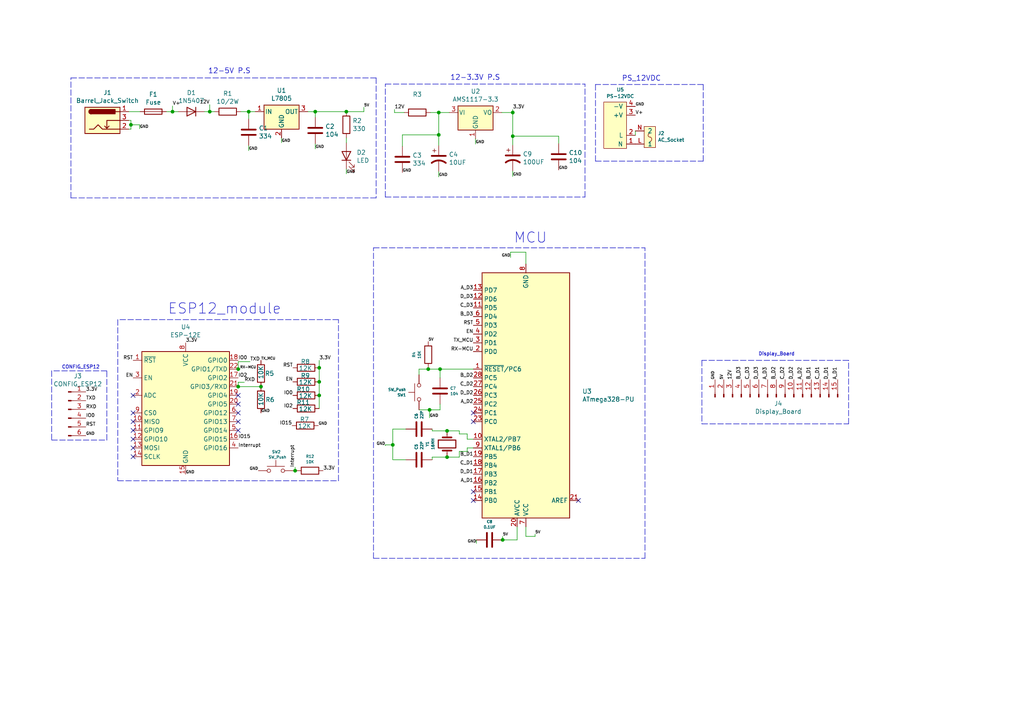
<source format=kicad_sch>
(kicad_sch (version 20211123) (generator eeschema)
  (paper "A4")
  (lib_symbols
    (symbol "AC_Socket:AC_Socket" (pin_names (offset 1.016))
      (property "Reference" "J" (at 0 0 0))
      (property "Value" "AC_Socket" (at 0 0 0))
      (symbol "AC_Socket_0_1"
        (polyline (pts (xy 27.94 -31.75) (xy 27.94 -27.94)))
        (polyline (pts (xy 27.94 -27.94) (xy 27.94 -26.67) (xy 31.242 -26.67) (xy 31.242 -32.766) (xy 27.94 -32.766) (xy 27.94 -31.75)) (fill (type background)))
        (arc (start 29.464 -28.702) (mid 29.1069 -29.3059) (end 29.718 -29.718))
        (arc (start 29.718 -30.988) (mid 30.1479 -30.353) (end 29.718 -29.718))
      )
      (symbol "AC_Socket_1_1"
        (pin power_in line (at 25.4 -31.75 0) (length 2.54) (name "1") (number "L"))
        (pin power_in line (at 25.4 -27.94 0) (length 2.54) (name "2") (number "N"))
      )
    )
    (symbol "Connector:Barrel_Jack_Switch" (pin_names hide)
      (property "Reference" "J" (at 0 5.334 0))
      (property "Value" "Barrel_Jack_Switch" (at 0 -5.08 0))
      (symbol "Barrel_Jack_Switch_0_1"
        (rectangle (start -5.08 3.81) (end 5.08 -3.81) (stroke (width 0.254)) (fill (type background)))
        (arc (start -3.302 3.175) (mid -3.937 2.54) (end -3.302 1.905) (stroke (width 0.254)))
        (arc (start -3.302 3.175) (mid -3.937 2.54) (end -3.302 1.905) (stroke (width 0.254)) (fill (type outline)))
        (polyline (pts (xy 1.27 -2.286) (xy 1.905 -1.651)) (stroke (width 0.254)))
        (polyline (pts (xy 5.08 2.54) (xy 3.81 2.54)) (stroke (width 0.254)))
        (polyline (pts (xy 5.08 0) (xy 1.27 0) (xy 1.27 -2.286) (xy 0.635 -1.651)) (stroke (width 0.254)))
        (polyline (pts (xy -3.81 -2.54) (xy -2.54 -2.54) (xy -1.27 -1.27) (xy 0 -2.54) (xy 2.54 -2.54) (xy 5.08 -2.54)) (stroke (width 0.254)))
        (rectangle (start 3.683 3.175) (end -3.302 1.905) (stroke (width 0.254)) (fill (type outline)))
      )
      (symbol "Barrel_Jack_Switch_1_1"
        (pin passive line (at 7.62 2.54 180) (length 2.54) (name "~") (number "1"))
        (pin passive line (at 7.62 -2.54 180) (length 2.54) (name "~") (number "2"))
        (pin passive line (at 7.62 0 180) (length 2.54) (name "~") (number "3"))
      )
    )
    (symbol "Connector:Conn_01x06_Male" (pin_names (offset 1.016) hide)
      (property "Reference" "J" (at 0 7.62 0))
      (property "Value" "Conn_01x06_Male" (at 0 -10.16 0))
      (symbol "Conn_01x06_Male_1_1"
        (polyline (pts (xy 1.27 -7.62) (xy 0.8636 -7.62)) (stroke (width 0.1524)))
        (polyline (pts (xy 1.27 -5.08) (xy 0.8636 -5.08)) (stroke (width 0.1524)))
        (polyline (pts (xy 1.27 -2.54) (xy 0.8636 -2.54)) (stroke (width 0.1524)))
        (polyline (pts (xy 1.27 0) (xy 0.8636 0)) (stroke (width 0.1524)))
        (polyline (pts (xy 1.27 2.54) (xy 0.8636 2.54)) (stroke (width 0.1524)))
        (polyline (pts (xy 1.27 5.08) (xy 0.8636 5.08)) (stroke (width 0.1524)))
        (rectangle (start 0.8636 -7.493) (end 0 -7.747) (stroke (width 0.1524)) (fill (type outline)))
        (rectangle (start 0.8636 -4.953) (end 0 -5.207) (stroke (width 0.1524)) (fill (type outline)))
        (rectangle (start 0.8636 -2.413) (end 0 -2.667) (stroke (width 0.1524)) (fill (type outline)))
        (rectangle (start 0.8636 0.127) (end 0 -0.127) (stroke (width 0.1524)) (fill (type outline)))
        (rectangle (start 0.8636 2.667) (end 0 2.413) (stroke (width 0.1524)) (fill (type outline)))
        (rectangle (start 0.8636 5.207) (end 0 4.953) (stroke (width 0.1524)) (fill (type outline)))
        (pin passive line (at 5.08 5.08 180) (length 3.81) (name "Pin_1") (number "1"))
        (pin passive line (at 5.08 2.54 180) (length 3.81) (name "Pin_2") (number "2"))
        (pin passive line (at 5.08 0 180) (length 3.81) (name "Pin_3") (number "3"))
        (pin passive line (at 5.08 -2.54 180) (length 3.81) (name "Pin_4") (number "4"))
        (pin passive line (at 5.08 -5.08 180) (length 3.81) (name "Pin_5") (number "5"))
        (pin passive line (at 5.08 -7.62 180) (length 3.81) (name "Pin_6") (number "6"))
      )
    )
    (symbol "Connector:Conn_01x15_Male" (pin_names (offset 1.016) hide)
      (property "Reference" "J" (at 0 20.32 0))
      (property "Value" "Conn_01x15_Male" (at 0 -20.32 0))
      (symbol "Conn_01x15_Male_1_1"
        (polyline (pts (xy 1.27 -17.78) (xy 0.8636 -17.78)) (stroke (width 0.1524)))
        (polyline (pts (xy 1.27 -15.24) (xy 0.8636 -15.24)) (stroke (width 0.1524)))
        (polyline (pts (xy 1.27 -12.7) (xy 0.8636 -12.7)) (stroke (width 0.1524)))
        (polyline (pts (xy 1.27 -10.16) (xy 0.8636 -10.16)) (stroke (width 0.1524)))
        (polyline (pts (xy 1.27 -7.62) (xy 0.8636 -7.62)) (stroke (width 0.1524)))
        (polyline (pts (xy 1.27 -5.08) (xy 0.8636 -5.08)) (stroke (width 0.1524)))
        (polyline (pts (xy 1.27 -2.54) (xy 0.8636 -2.54)) (stroke (width 0.1524)))
        (polyline (pts (xy 1.27 0) (xy 0.8636 0)) (stroke (width 0.1524)))
        (polyline (pts (xy 1.27 2.54) (xy 0.8636 2.54)) (stroke (width 0.1524)))
        (polyline (pts (xy 1.27 5.08) (xy 0.8636 5.08)) (stroke (width 0.1524)))
        (polyline (pts (xy 1.27 7.62) (xy 0.8636 7.62)) (stroke (width 0.1524)))
        (polyline (pts (xy 1.27 10.16) (xy 0.8636 10.16)) (stroke (width 0.1524)))
        (polyline (pts (xy 1.27 12.7) (xy 0.8636 12.7)) (stroke (width 0.1524)))
        (polyline (pts (xy 1.27 15.24) (xy 0.8636 15.24)) (stroke (width 0.1524)))
        (polyline (pts (xy 1.27 17.78) (xy 0.8636 17.78)) (stroke (width 0.1524)))
        (rectangle (start 0.8636 -17.653) (end 0 -17.907) (stroke (width 0.1524)) (fill (type outline)))
        (rectangle (start 0.8636 -15.113) (end 0 -15.367) (stroke (width 0.1524)) (fill (type outline)))
        (rectangle (start 0.8636 -12.573) (end 0 -12.827) (stroke (width 0.1524)) (fill (type outline)))
        (rectangle (start 0.8636 -10.033) (end 0 -10.287) (stroke (width 0.1524)) (fill (type outline)))
        (rectangle (start 0.8636 -7.493) (end 0 -7.747) (stroke (width 0.1524)) (fill (type outline)))
        (rectangle (start 0.8636 -4.953) (end 0 -5.207) (stroke (width 0.1524)) (fill (type outline)))
        (rectangle (start 0.8636 -2.413) (end 0 -2.667) (stroke (width 0.1524)) (fill (type outline)))
        (rectangle (start 0.8636 0.127) (end 0 -0.127) (stroke (width 0.1524)) (fill (type outline)))
        (rectangle (start 0.8636 2.667) (end 0 2.413) (stroke (width 0.1524)) (fill (type outline)))
        (rectangle (start 0.8636 5.207) (end 0 4.953) (stroke (width 0.1524)) (fill (type outline)))
        (rectangle (start 0.8636 7.747) (end 0 7.493) (stroke (width 0.1524)) (fill (type outline)))
        (rectangle (start 0.8636 10.287) (end 0 10.033) (stroke (width 0.1524)) (fill (type outline)))
        (rectangle (start 0.8636 12.827) (end 0 12.573) (stroke (width 0.1524)) (fill (type outline)))
        (rectangle (start 0.8636 15.367) (end 0 15.113) (stroke (width 0.1524)) (fill (type outline)))
        (rectangle (start 0.8636 17.907) (end 0 17.653) (stroke (width 0.1524)) (fill (type outline)))
        (pin passive line (at 5.08 17.78 180) (length 3.81) (name "Pin_1") (number "1"))
        (pin passive line (at 5.08 -5.08 180) (length 3.81) (name "Pin_10") (number "10"))
        (pin passive line (at 5.08 -7.62 180) (length 3.81) (name "Pin_11") (number "11"))
        (pin passive line (at 5.08 -10.16 180) (length 3.81) (name "Pin_12") (number "12"))
        (pin passive line (at 5.08 -12.7 180) (length 3.81) (name "Pin_13") (number "13"))
        (pin passive line (at 5.08 -15.24 180) (length 3.81) (name "Pin_14") (number "14"))
        (pin passive line (at 5.08 -17.78 180) (length 3.81) (name "Pin_15") (number "15"))
        (pin passive line (at 5.08 15.24 180) (length 3.81) (name "Pin_2") (number "2"))
        (pin passive line (at 5.08 12.7 180) (length 3.81) (name "Pin_3") (number "3"))
        (pin passive line (at 5.08 10.16 180) (length 3.81) (name "Pin_4") (number "4"))
        (pin passive line (at 5.08 7.62 180) (length 3.81) (name "Pin_5") (number "5"))
        (pin passive line (at 5.08 5.08 180) (length 3.81) (name "Pin_6") (number "6"))
        (pin passive line (at 5.08 2.54 180) (length 3.81) (name "Pin_7") (number "7"))
        (pin passive line (at 5.08 0 180) (length 3.81) (name "Pin_8") (number "8"))
        (pin passive line (at 5.08 -2.54 180) (length 3.81) (name "Pin_9") (number "9"))
      )
    )
    (symbol "Device:C" (pin_numbers hide) (pin_names (offset 0.254))
      (property "Reference" "C" (at 0.635 2.54 0))
      (property "Value" "C" (at 0.635 -2.54 0))
      (symbol "C_0_1"
        (polyline (pts (xy -2.032 -0.762) (xy 2.032 -0.762)) (stroke (width 0.508)))
        (polyline (pts (xy -2.032 0.762) (xy 2.032 0.762)) (stroke (width 0.508)))
      )
      (symbol "C_1_1"
        (pin passive line (at 0 3.81 270) (length 2.794) (name "~") (number "1"))
        (pin passive line (at 0 -3.81 90) (length 2.794) (name "~") (number "2"))
      )
    )
    (symbol "Device:Crystal" (pin_numbers hide) (pin_names (offset 1.016) hide)
      (property "Reference" "Y" (at 0 3.81 0))
      (property "Value" "Crystal" (at 0 -3.81 0))
      (symbol "Crystal_0_1"
        (rectangle (start -1.143 2.54) (end 1.143 -2.54) (stroke (width 0.3048)))
        (polyline (pts (xy -2.54 0) (xy -1.905 0)))
        (polyline (pts (xy -1.905 -1.27) (xy -1.905 1.27)) (stroke (width 0.508)))
        (polyline (pts (xy 1.905 -1.27) (xy 1.905 1.27)) (stroke (width 0.508)))
        (polyline (pts (xy 2.54 0) (xy 1.905 0)))
      )
      (symbol "Crystal_1_1"
        (pin passive line (at -3.81 0 0) (length 1.27) (name "1") (number "1"))
        (pin passive line (at 3.81 0 180) (length 1.27) (name "2") (number "2"))
      )
    )
    (symbol "Device:Fuse" (pin_numbers hide) (pin_names (offset 0))
      (property "Reference" "F" (at 2.032 0 90))
      (property "Value" "Fuse" (at -1.905 0 90))
      (symbol "Fuse_0_1"
        (rectangle (start -0.762 -2.54) (end 0.762 2.54) (stroke (width 0.254)))
        (polyline (pts (xy 0 2.54) (xy 0 -2.54)))
      )
      (symbol "Fuse_1_1"
        (pin passive line (at 0 3.81 270) (length 1.27) (name "~") (number "1"))
        (pin passive line (at 0 -3.81 90) (length 1.27) (name "~") (number "2"))
      )
    )
    (symbol "Device:LED" (pin_numbers hide) (pin_names (offset 1.016) hide)
      (property "Reference" "D" (at 0 2.54 0))
      (property "Value" "LED" (at 0 -2.54 0))
      (symbol "LED_0_1"
        (polyline (pts (xy -1.27 -1.27) (xy -1.27 1.27)) (stroke (width 0.254)))
        (polyline (pts (xy -1.27 0) (xy 1.27 0)))
        (polyline (pts (xy 1.27 -1.27) (xy 1.27 1.27) (xy -1.27 0) (xy 1.27 -1.27)) (stroke (width 0.254)))
        (polyline (pts (xy -3.048 -0.762) (xy -4.572 -2.286) (xy -3.81 -2.286) (xy -4.572 -2.286) (xy -4.572 -1.524)))
        (polyline (pts (xy -1.778 -0.762) (xy -3.302 -2.286) (xy -2.54 -2.286) (xy -3.302 -2.286) (xy -3.302 -1.524)))
      )
      (symbol "LED_1_1"
        (pin passive line (at -3.81 0 0) (length 2.54) (name "K") (number "1"))
        (pin passive line (at 3.81 0 180) (length 2.54) (name "A") (number "2"))
      )
    )
    (symbol "Device:R" (pin_numbers hide) (pin_names (offset 0))
      (property "Reference" "R" (at 2.032 0 90))
      (property "Value" "R" (at 0 0 90))
      (symbol "R_0_1"
        (rectangle (start -1.016 -2.54) (end 1.016 2.54) (stroke (width 0.254)))
      )
      (symbol "R_1_1"
        (pin passive line (at 0 3.81 270) (length 1.27) (name "~") (number "1"))
        (pin passive line (at 0 -3.81 90) (length 1.27) (name "~") (number "2"))
      )
    )
    (symbol "Diode:1N5407" (pin_numbers hide) (pin_names (offset 1.016) hide)
      (property "Reference" "D" (at 0 2.54 0))
      (property "Value" "1N5407" (at 0 -2.54 0))
      (symbol "1N5407_0_1"
        (polyline (pts (xy -1.27 1.27) (xy -1.27 -1.27)) (stroke (width 0.254)))
        (polyline (pts (xy 1.27 0) (xy -1.27 0)))
        (polyline (pts (xy 1.27 1.27) (xy 1.27 -1.27) (xy -1.27 0) (xy 1.27 1.27)) (stroke (width 0.254)))
      )
      (symbol "1N5407_1_1"
        (pin passive line (at -3.81 0 0) (length 2.54) (name "K") (number "1"))
        (pin passive line (at 3.81 0 180) (length 2.54) (name "A") (number "2"))
      )
    )
    (symbol "PS_12VDC:PS-12VDC" (pin_names (offset 1.016))
      (property "Reference" "U" (at 0 0 0))
      (property "Value" "PS-12VDC" (at 0 0 0))
      (symbol "PS-12VDC_0_1"
        (rectangle (start 3.302 -2.286) (end 9.906 -15.748) (fill (type background)))
      )
      (symbol "PS-12VDC_1_1"
        (pin power_in line (at 0.762 -3.556 0) (length 2.54) (name "N") (number "1"))
        (pin power_in line (at 0.762 -6.096 0) (length 2.54) (name "L") (number "2"))
        (pin power_out line (at 0.762 -11.938 0) (length 2.54) (name "+V") (number "3"))
        (pin power_out line (at 0.762 -14.478 0) (length 2.54) (name "-V") (number "4"))
      )
    )
    (symbol "RF_Module:ESP-12E"
      (property "Reference" "U" (at -12.7 19.05 0))
      (property "Value" "ESP-12E" (at 12.7 19.05 0))
      (symbol "ESP-12E_0_1"
        (rectangle (start -12.7 17.78) (end 12.7 -15.24) (stroke (width 0.254)) (fill (type background)))
      )
      (symbol "ESP-12E_1_1"
        (pin input line (at -15.24 15.24 0) (length 2.54) (name "~{RST}") (number "1"))
        (pin bidirectional line (at -15.24 -2.54 0) (length 2.54) (name "MISO") (number "10"))
        (pin bidirectional line (at -15.24 -5.08 0) (length 2.54) (name "GPIO9") (number "11"))
        (pin bidirectional line (at -15.24 -7.62 0) (length 2.54) (name "GPIO10") (number "12"))
        (pin bidirectional line (at -15.24 -10.16 0) (length 2.54) (name "MOSI") (number "13"))
        (pin bidirectional line (at -15.24 -12.7 0) (length 2.54) (name "SCLK") (number "14"))
        (pin power_in line (at 0 -17.78 90) (length 2.54) (name "GND") (number "15"))
        (pin bidirectional line (at 15.24 -7.62 180) (length 2.54) (name "GPIO15") (number "16"))
        (pin bidirectional line (at 15.24 10.16 180) (length 2.54) (name "GPIO2") (number "17"))
        (pin bidirectional line (at 15.24 15.24 180) (length 2.54) (name "GPIO0") (number "18"))
        (pin bidirectional line (at 15.24 5.08 180) (length 2.54) (name "GPIO4") (number "19"))
        (pin input line (at -15.24 5.08 0) (length 2.54) (name "ADC") (number "2"))
        (pin bidirectional line (at 15.24 2.54 180) (length 2.54) (name "GPIO5") (number "20"))
        (pin bidirectional line (at 15.24 7.62 180) (length 2.54) (name "GPIO3/RXD") (number "21"))
        (pin bidirectional line (at 15.24 12.7 180) (length 2.54) (name "GPIO1/TXD") (number "22"))
        (pin input line (at -15.24 10.16 0) (length 2.54) (name "EN") (number "3"))
        (pin bidirectional line (at 15.24 -10.16 180) (length 2.54) (name "GPIO16") (number "4"))
        (pin bidirectional line (at 15.24 -5.08 180) (length 2.54) (name "GPIO14") (number "5"))
        (pin bidirectional line (at 15.24 0 180) (length 2.54) (name "GPIO12") (number "6"))
        (pin bidirectional line (at 15.24 -2.54 180) (length 2.54) (name "GPIO13") (number "7"))
        (pin power_in line (at 0 20.32 270) (length 2.54) (name "VCC") (number "8"))
        (pin input line (at -15.24 0 0) (length 2.54) (name "CS0") (number "9"))
      )
    )
    (symbol "Regulator_Linear:AMS1117-3.3" (pin_names (offset 0.254))
      (property "Reference" "U" (at -3.81 3.175 0))
      (property "Value" "AMS1117-3.3" (at 0 3.175 0))
      (symbol "AMS1117-3.3_0_1"
        (rectangle (start -5.08 -5.08) (end 5.08 1.905) (stroke (width 0.254)) (fill (type background)))
      )
      (symbol "AMS1117-3.3_1_1"
        (pin power_in line (at 0 -7.62 90) (length 2.54) (name "GND") (number "1"))
        (pin power_out line (at 7.62 0 180) (length 2.54) (name "VO") (number "2"))
        (pin power_in line (at -7.62 0 0) (length 2.54) (name "VI") (number "3"))
      )
    )
    (symbol "Regulator_Linear:L7805" (pin_names (offset 0.254))
      (property "Reference" "U" (at -3.81 3.175 0))
      (property "Value" "L7805" (at 0 3.175 0))
      (symbol "L7805_0_1"
        (rectangle (start -5.08 1.905) (end 5.08 -5.08) (stroke (width 0.254)) (fill (type background)))
      )
      (symbol "L7805_1_1"
        (pin power_in line (at -7.62 0 0) (length 2.54) (name "IN") (number "1"))
        (pin power_in line (at 0 -7.62 90) (length 2.54) (name "GND") (number "2"))
        (pin power_out line (at 7.62 0 180) (length 2.54) (name "OUT") (number "3"))
      )
    )
    (symbol "Switch:SW_Push" (pin_numbers hide) (pin_names (offset 1.016) hide)
      (property "Reference" "SW" (at 1.27 2.54 0))
      (property "Value" "SW_Push" (at 0 -1.524 0))
      (symbol "SW_Push_0_1"
        (circle (center -2.032 0) (radius 0.508))
        (polyline (pts (xy 0 1.27) (xy 0 3.048)))
        (polyline (pts (xy 2.54 1.27) (xy -2.54 1.27)))
        (circle (center 2.032 0) (radius 0.508))
        (pin passive line (at -5.08 0 0) (length 2.54) (name "1") (number "1"))
        (pin passive line (at 5.08 0 180) (length 2.54) (name "2") (number "2"))
      )
    )
    (symbol "_7SEG_CONTROL-rescue:ATmega328-PU-MCU_Microchip_ATmega"
      (property "Reference" "U" (at -12.7 36.83 0))
      (property "Value" "ATmega328-PU-MCU_Microchip_ATmega" (at 2.54 -36.83 0))
      (symbol "ATmega328-PU-MCU_Microchip_ATmega_0_1"
        (rectangle (start -12.7 -35.56) (end 12.7 35.56) (stroke (width 0.254)) (fill (type background)))
      )
      (symbol "ATmega328-PU-MCU_Microchip_ATmega_1_1"
        (pin bidirectional line (at 15.24 -7.62 180) (length 2.54) (name "~{RESET}/PC6") (number "1"))
        (pin bidirectional line (at 15.24 12.7 180) (length 2.54) (name "XTAL2/PB7") (number "10"))
        (pin bidirectional line (at 15.24 -25.4 180) (length 2.54) (name "PD5") (number "11"))
        (pin bidirectional line (at 15.24 -27.94 180) (length 2.54) (name "PD6") (number "12"))
        (pin bidirectional line (at 15.24 -30.48 180) (length 2.54) (name "PD7") (number "13"))
        (pin bidirectional line (at 15.24 30.48 180) (length 2.54) (name "PB0") (number "14"))
        (pin bidirectional line (at 15.24 27.94 180) (length 2.54) (name "PB1") (number "15"))
        (pin bidirectional line (at 15.24 25.4 180) (length 2.54) (name "PB2") (number "16"))
        (pin bidirectional line (at 15.24 22.86 180) (length 2.54) (name "PB3") (number "17"))
        (pin bidirectional line (at 15.24 20.32 180) (length 2.54) (name "PB4") (number "18"))
        (pin bidirectional line (at 15.24 17.78 180) (length 2.54) (name "PB5") (number "19"))
        (pin bidirectional line (at 15.24 -12.7 180) (length 2.54) (name "PD0") (number "2"))
        (pin power_in line (at 2.54 38.1 270) (length 2.54) (name "AVCC") (number "20"))
        (pin passive line (at -15.24 30.48 0) (length 2.54) (name "AREF") (number "21"))
        (pin passive line (at 0 -38.1 90) (length 2.54) hide (name "GND") (number "22"))
        (pin bidirectional line (at 15.24 7.62 180) (length 2.54) (name "PC0") (number "23"))
        (pin bidirectional line (at 15.24 5.08 180) (length 2.54) (name "PC1") (number "24"))
        (pin bidirectional line (at 15.24 2.54 180) (length 2.54) (name "PC2") (number "25"))
        (pin bidirectional line (at 15.24 0 180) (length 2.54) (name "PC3") (number "26"))
        (pin bidirectional line (at 15.24 -2.54 180) (length 2.54) (name "PC4") (number "27"))
        (pin bidirectional line (at 15.24 -5.08 180) (length 2.54) (name "PC5") (number "28"))
        (pin bidirectional line (at 15.24 -15.24 180) (length 2.54) (name "PD1") (number "3"))
        (pin bidirectional line (at 15.24 -17.78 180) (length 2.54) (name "PD2") (number "4"))
        (pin bidirectional line (at 15.24 -20.32 180) (length 2.54) (name "PD3") (number "5"))
        (pin bidirectional line (at 15.24 -22.86 180) (length 2.54) (name "PD4") (number "6"))
        (pin power_in line (at 0 38.1 270) (length 2.54) (name "VCC") (number "7"))
        (pin power_in line (at 0 -38.1 90) (length 2.54) (name "GND") (number "8"))
        (pin bidirectional line (at 15.24 15.24 180) (length 2.54) (name "XTAL1/PB6") (number "9"))
      )
    )
    (symbol "_7SEG_CONTROL-rescue:CP1-Device" (pin_numbers hide) (pin_names (offset 0.254) hide)
      (property "Reference" "C" (at 0.635 2.54 0))
      (property "Value" "CP1-Device" (at 0.635 -2.54 0))
      (symbol "CP1-Device_0_1"
        (polyline (pts (xy -2.032 0.762) (xy 2.032 0.762)) (stroke (width 0.508)))
        (polyline (pts (xy -1.778 2.286) (xy -0.762 2.286)))
        (polyline (pts (xy -1.27 1.778) (xy -1.27 2.794)))
        (arc (start 2.032 -1.27) (mid 0 -0.5572) (end -2.032 -1.27) (stroke (width 0.508)))
      )
      (symbol "CP1-Device_1_1"
        (pin passive line (at 0 3.81 270) (length 2.794) (name "~") (number "1"))
        (pin passive line (at 0 -3.81 90) (length 3.302) (name "~") (number "2"))
      )
    )
  )
  (junction (at 113.919 129.032))
  (junction (at 148.717 39.497))
  (junction (at 72.136 32.385))
  (junction (at 69.088 112.141))
  (junction (at 91.44 32.385))
  (junction (at 145.796 156.591))
  (junction (at 75.692 112.141))
  (junction (at 129.667 132.588))
  (junction (at 127.635 107.061))
  (junction (at 124.206 107.061))
  (junction (at 100.457 32.385))
  (junction (at 127.254 32.639))
  (junction (at 127.254 39.116))
  (junction (at 129.667 124.968))
  (junction (at 148.717 32.639))
  (junction (at 69.088 107.061))
  (junction (at 37.973 36.195))
  (junction (at 92.583 106.68))
  (junction (at 85.598 136.525))
  (junction (at 92.583 110.744))
  (junction (at 50.038 32.385))
  (junction (at 60.833 32.385))
  (junction (at 92.583 114.681))
  (junction (at 124.587 118.872))
  (no_connect (at 69.088 122.301))
  (no_connect (at 38.608 114.681))
  (no_connect (at 38.608 119.761))
  (no_connect (at 69.088 119.761))
  (no_connect (at 38.608 129.921))
  (no_connect (at 69.088 114.681))
  (no_connect (at 137.287 145.161))
  (no_connect (at 38.608 122.301))
  (no_connect (at 38.608 132.461))
  (no_connect (at 38.608 127.381))
  (no_connect (at 38.608 124.841))
  (no_connect (at 69.088 124.841))
  (no_connect (at 137.287 142.621))
  (no_connect (at 137.287 119.761))
  (no_connect (at 69.088 117.221))
  (no_connect (at 167.767 145.161))
  (no_connect (at 137.287 122.301))
  (wire (pts (xy 133.223 125.857) (xy 133.223 124.968)))
  (wire (pts (xy 124.841 32.639) (xy 127.254 32.639)))
  (wire (pts (xy 81.661 41.402) (xy 81.661 40.005)))
  (wire (pts (xy 114.427 32.639) (xy 114.427 31.75)))
  (polyline (pts (xy 111.76 24.384) (xy 169.672 24.384)))
  (wire (pts (xy 69.85 32.385) (xy 72.136 32.385)))
  (wire (pts (xy 69.088 112.141) (xy 75.692 112.141)))
  (wire (pts (xy 148.082 73.152) (xy 148.082 74.676)))
  (wire (pts (xy 152.527 76.581) (xy 152.527 73.152)))
  (wire (pts (xy 133.223 130.937) (xy 133.223 132.588)))
  (wire (pts (xy 149.987 156.591) (xy 149.987 152.781)))
  (polyline (pts (xy 14.986 107.569) (xy 14.986 127.635)))
  (polyline (pts (xy 246.126 122.936) (xy 246.126 104.521)))
  (wire (pts (xy 50.038 32.385) (xy 51.689 32.385)))
  (wire (pts (xy 137.922 41.783) (xy 137.922 40.259)))
  (wire (pts (xy 148.717 39.497) (xy 148.717 42.037)))
  (polyline (pts (xy 20.574 22.606) (xy 109.093 22.606)))
  (wire (pts (xy 145.796 156.591) (xy 145.796 155.575)))
  (polyline (pts (xy 246.126 104.521) (xy 203.581 104.521)))
  (polyline (pts (xy 111.76 57.15) (xy 111.76 24.384)))
  (wire (pts (xy 148.717 39.497) (xy 162.052 39.497)))
  (polyline (pts (xy 169.672 57.15) (xy 169.672 24.384)))
  (wire (pts (xy 127.635 107.061) (xy 137.287 107.061)))
  (polyline (pts (xy 203.962 46.736) (xy 203.962 24.511)))
  (wire (pts (xy 125.349 132.588) (xy 125.349 133.35)))
  (wire (pts (xy 113.919 129.032) (xy 111.76 129.032)))
  (wire (pts (xy 137.287 127.381) (xy 135.509 127.381)))
  (wire (pts (xy 89.281 32.385) (xy 91.44 32.385)))
  (wire (pts (xy 91.44 32.385) (xy 100.457 32.385)))
  (wire (pts (xy 37.338 37.465) (xy 37.973 37.465)))
  (wire (pts (xy 124.587 118.872) (xy 127.635 118.872)))
  (wire (pts (xy 135.509 127.381) (xy 135.509 125.857)))
  (wire (pts (xy 111.76 129.032) (xy 111.76 129.286)))
  (wire (pts (xy 86.106 136.525) (xy 85.598 136.525)))
  (polyline (pts (xy 30.988 107.569) (xy 14.986 107.569)))
  (wire (pts (xy 105.537 32.385) (xy 105.537 31.115)))
  (wire (pts (xy 129.667 124.968) (xy 125.349 124.968)))
  (wire (pts (xy 127.254 32.639) (xy 127.254 39.116)))
  (wire (pts (xy 135.509 129.921) (xy 135.509 130.937)))
  (polyline (pts (xy 20.574 57.404) (xy 20.574 22.606)))
  (wire (pts (xy 72.136 32.385) (xy 74.041 32.385)))
  (wire (pts (xy 72.136 34.544) (xy 72.136 32.385)))
  (wire (pts (xy 37.338 34.925) (xy 37.973 34.925)))
  (polyline (pts (xy 20.574 57.404) (xy 109.093 57.404)))
  (polyline (pts (xy 109.093 22.606) (xy 109.093 57.404)))
  (wire (pts (xy 50.038 32.385) (xy 50.038 30.734)))
  (wire (pts (xy 117.729 133.35) (xy 113.919 133.35)))
  (wire (pts (xy 152.527 155.575) (xy 155.194 155.575)))
  (wire (pts (xy 60.833 30.353) (xy 60.833 32.385)))
  (wire (pts (xy 135.509 125.857) (xy 133.223 125.857)))
  (wire (pts (xy 85.598 136.525) (xy 85.09 136.525)))
  (wire (pts (xy 114.427 32.639) (xy 117.221 32.639)))
  (wire (pts (xy 127.254 51.308) (xy 127.254 49.784)))
  (wire (pts (xy 124.206 106.68) (xy 124.206 107.061)))
  (wire (pts (xy 155.194 155.575) (xy 155.194 154.94)))
  (wire (pts (xy 48.26 32.385) (xy 50.038 32.385)))
  (polyline (pts (xy 172.72 46.736) (xy 203.962 46.736)))
  (polyline (pts (xy 34.163 92.71) (xy 34.163 139.446)))
  (wire (pts (xy 117.729 124.46) (xy 113.919 124.46)))
  (wire (pts (xy 69.088 112.141) (xy 69.088 110.871)))
  (polyline (pts (xy 98.171 92.71) (xy 34.163 92.71)))
  (polyline (pts (xy 34.163 139.446) (xy 98.171 139.446)))
  (wire (pts (xy 162.052 39.497) (xy 162.052 41.656)))
  (wire (pts (xy 91.44 43.18) (xy 91.44 41.656)))
  (wire (pts (xy 113.919 124.46) (xy 113.919 129.032)))
  (wire (pts (xy 59.309 32.385) (xy 60.833 32.385)))
  (polyline (pts (xy 108.331 161.925) (xy 108.331 71.882)))
  (polyline (pts (xy 111.76 57.15) (xy 169.672 57.15)))
  (wire (pts (xy 92.583 114.681) (xy 92.583 110.744)))
  (wire (pts (xy 137.287 129.921) (xy 135.509 129.921)))
  (wire (pts (xy 121.539 107.061) (xy 124.206 107.061)))
  (polyline (pts (xy 14.986 127.635) (xy 30.988 127.635)))
  (wire (pts (xy 40.513 36.195) (xy 40.513 37.338)))
  (wire (pts (xy 91.44 32.385) (xy 91.44 34.036)))
  (wire (pts (xy 60.833 32.385) (xy 62.23 32.385)))
  (wire (pts (xy 100.457 50.419) (xy 100.457 49.022)))
  (wire (pts (xy 121.539 107.061) (xy 121.539 108.712)))
  (polyline (pts (xy 187.071 161.925) (xy 187.071 71.882)))
  (wire (pts (xy 148.717 32.639) (xy 148.717 39.497)))
  (wire (pts (xy 69.088 110.871) (xy 70.866 110.871)))
  (wire (pts (xy 135.509 130.937) (xy 133.223 130.937)))
  (wire (pts (xy 124.206 107.061) (xy 127.635 107.061)))
  (wire (pts (xy 69.088 104.902) (xy 72.517 104.902)))
  (wire (pts (xy 145.542 32.639) (xy 148.717 32.639)))
  (wire (pts (xy 37.973 34.925) (xy 37.973 36.195)))
  (wire (pts (xy 133.223 124.968) (xy 129.667 124.968)))
  (wire (pts (xy 37.338 32.385) (xy 40.64 32.385)))
  (wire (pts (xy 92.583 118.491) (xy 92.583 114.681)))
  (wire (pts (xy 92.583 106.68) (xy 92.583 104.521)))
  (wire (pts (xy 152.527 155.575) (xy 152.527 152.781)))
  (wire (pts (xy 148.717 51.181) (xy 148.717 49.657)))
  (polyline (pts (xy 98.171 139.446) (xy 98.171 92.71)))
  (wire (pts (xy 37.973 37.465) (xy 37.973 36.195)))
  (polyline (pts (xy 108.331 161.925) (xy 187.071 161.925)))
  (polyline (pts (xy 203.962 24.511) (xy 172.72 24.511)))
  (wire (pts (xy 113.919 133.35) (xy 113.919 129.032)))
  (wire (pts (xy 69.088 107.061) (xy 69.088 104.902)))
  (wire (pts (xy 105.537 32.385) (xy 100.457 32.385)))
  (wire (pts (xy 37.973 36.195) (xy 40.513 36.195)))
  (wire (pts (xy 124.587 118.872) (xy 124.587 121.158)))
  (wire (pts (xy 145.796 156.591) (xy 149.987 156.591)))
  (wire (pts (xy 129.667 132.588) (xy 125.349 132.588)))
  (wire (pts (xy 148.717 32.639) (xy 148.717 31.75)))
  (wire (pts (xy 72.136 43.688) (xy 72.136 42.164)))
  (wire (pts (xy 125.349 124.968) (xy 125.349 124.46)))
  (wire (pts (xy 85.598 135.509) (xy 85.598 136.525)))
  (wire (pts (xy 127.254 39.116) (xy 127.254 42.164)))
  (wire (pts (xy 184.277 39.243) (xy 184.277 37.973)))
  (wire (pts (xy 152.527 73.152) (xy 148.082 73.152)))
  (wire (pts (xy 92.583 110.744) (xy 92.583 106.68)))
  (polyline (pts (xy 30.988 127.635) (xy 30.988 107.569)))
  (wire (pts (xy 133.223 132.588) (xy 129.667 132.588)))
  (wire (pts (xy 127.635 117.221) (xy 127.635 118.872)))
  (wire (pts (xy 69.088 107.061) (xy 69.596 107.061)))
  (wire (pts (xy 121.539 118.872) (xy 124.587 118.872)))
  (wire (pts (xy 100.457 41.402) (xy 100.457 40.005)))
  (wire (pts (xy 127.254 39.116) (xy 116.713 39.116)))
  (wire (pts (xy 127.635 107.061) (xy 127.635 109.601)))
  (polyline (pts (xy 203.581 104.521) (xy 203.581 122.936)))
  (polyline (pts (xy 172.72 24.511) (xy 172.72 46.736)))
  (wire (pts (xy 138.176 156.591) (xy 138.176 157.607)))
  (wire (pts (xy 116.713 39.116) (xy 116.713 42.418)))
  (polyline (pts (xy 203.581 122.936) (xy 246.126 122.936)))
  (polyline (pts (xy 108.331 71.882) (xy 187.071 71.882)))
  (wire (pts (xy 130.302 32.639) (xy 127.254 32.639)))
  (text "12-5V P.S\n " (at 60.325 24.003 0) (effects (font (size 1.4986 1.4986)) (justify left bottom)))
  (text "CONFIG_ESP12\n" (at 17.907 107.188 0) (effects (font (size 0.9906 0.9906)) (justify left bottom)))
  (text "ESP12_module" (at 48.641 91.44 0) (effects (font (size 2.9972 2.9972)) (justify left bottom)))
  (text "MCU\n" (at 148.971 70.866 0) (effects (font (size 2.9972 2.9972)) (justify left bottom)))
  (text "12-3.3V P.S\n " (at 130.556 25.908 0) (effects (font (size 1.4986 1.4986)) (justify left bottom)))
  (text "Display_Board" (at 219.964 103.378 0) (effects (font (size 0.9906 0.9906)) (justify left bottom)))
  (text "PS_12VDC\n " (at 180.34 26.162 0) (effects (font (size 1.4986 1.4986)) (justify left bottom)))
  (label "D_D1" (at 240.411 110.109 90) (effects (font (size 0.9906 0.9906))))
  (label "C_D1" (at 237.871 110.109 90) (effects (font (size 0.9906 0.9906))))
  (label "GND" (at 127.254 51.308 0) (effects (font (size 0.7874 0.7874))))
  (label "3.3V" (at 148.717 31.75 0) (effects (font (size 0.9906 0.9906))))
  (label "GND" (at 138.176 157.607 180) (effects (font (size 0.7874 0.7874))))
  (label "TX_MCU" (at 75.692 104.521 0) (effects (font (size 0.7112 0.7112))))
  (label "GND" (at 91.44 43.18 0) (effects (font (size 0.7874 0.7874))))
  (label "A_D2" (at 137.287 117.221 180) (effects (font (size 0.9906 0.9906))))
  (label "3.3V" (at 24.892 113.665 0) (effects (font (size 0.9906 0.9906))))
  (label "Interrupt" (at 85.598 135.509 90) (effects (font (size 0.9906 0.9906))))
  (label "GND" (at 116.713 50.038 0) (effects (font (size 0.7874 0.7874))))
  (label "IO15" (at 84.709 123.444 180) (effects (font (size 0.9906 0.9906))))
  (label "B_D1" (at 235.331 110.109 90) (effects (font (size 0.9906 0.9906))))
  (label "5V" (at 155.194 154.94 0) (effects (font (size 0.7874 0.7874))))
  (label "A_D3" (at 137.287 84.201 180) (effects (font (size 0.9906 0.9906))))
  (label "C_D2" (at 227.711 110.109 90) (effects (font (size 0.9906 0.9906))))
  (label "B_D2" (at 225.171 110.109 90) (effects (font (size 0.9906 0.9906))))
  (label "EN" (at 137.287 96.901 180) (effects (font (size 0.9906 0.9906))))
  (label "GND" (at 184.277 30.861 0) (effects (font (size 0.7874 0.7874))))
  (label "RX-MCU" (at 69.596 107.061 0) (effects (font (size 0.7112 0.7112))))
  (label "RST" (at 137.287 94.361 180) (effects (font (size 0.9906 0.9906))))
  (label "GND" (at 162.052 49.276 0) (effects (font (size 0.7874 0.7874))))
  (label "3.3V" (at 53.848 99.441 0) (effects (font (size 0.9906 0.9906))))
  (label "A_D2" (at 232.791 110.109 90) (effects (font (size 0.9906 0.9906))))
  (label "5V" (at 209.931 110.109 90) (effects (font (size 0.7874 0.7874))))
  (label "A_D1" (at 242.951 110.109 90) (effects (font (size 0.9906 0.9906))))
  (label "C_D3" (at 217.551 110.109 90) (effects (font (size 0.9906 0.9906))))
  (label "RST" (at 38.608 104.521 180) (effects (font (size 0.9906 0.9906))))
  (label "C_D2" (at 137.287 112.141 180) (effects (font (size 0.9906 0.9906))))
  (label "GND" (at 207.391 110.109 90) (effects (font (size 0.7874 0.7874))))
  (label "B_D1" (at 137.287 132.461 180) (effects (font (size 0.9906 0.9906))))
  (label "IO15" (at 69.088 127.381 0) (effects (font (size 0.9906 0.9906))))
  (label "V+" (at 50.038 30.734 0) (effects (font (size 0.9906 0.9906))))
  (label "GND" (at 137.922 41.783 0) (effects (font (size 0.7874 0.7874))))
  (label "IO0" (at 84.963 114.681 180) (effects (font (size 0.9906 0.9906))))
  (label "RXD" (at 24.892 118.745 0) (effects (font (size 0.9906 0.9906))))
  (label "5V" (at 105.537 31.115 0) (effects (font (size 0.7874 0.7874))))
  (label "RST" (at 24.892 123.825 0) (effects (font (size 0.9906 0.9906))))
  (label "GND" (at 81.661 41.402 0) (effects (font (size 0.7874 0.7874))))
  (label "B_D2" (at 137.287 109.601 180) (effects (font (size 0.9906 0.9906))))
  (label "GND" (at 92.329 123.444 0) (effects (font (size 0.7874 0.7874))))
  (label "D_D3" (at 137.287 86.741 180) (effects (font (size 0.9906 0.9906))))
  (label "V+" (at 184.277 33.401 0) (effects (font (size 0.9906 0.9906))))
  (label "12V" (at 212.471 110.109 90) (effects (font (size 0.9906 0.9906))))
  (label "Interrupt" (at 69.088 129.921 0) (effects (font (size 0.9906 0.9906))))
  (label "B_D3" (at 137.287 91.821 180) (effects (font (size 0.9906 0.9906))))
  (label "GND" (at 53.848 137.541 0) (effects (font (size 0.7874 0.7874))))
  (label "GND" (at 40.513 37.338 0) (effects (font (size 0.7874 0.7874))))
  (label "GND" (at 148.717 51.181 0) (effects (font (size 0.7874 0.7874))))
  (label "GND" (at 100.457 50.419 0) (effects (font (size 0.7874 0.7874))))
  (label "D_D3" (at 220.091 110.109 90) (effects (font (size 0.9906 0.9906))))
  (label "GND" (at 124.587 121.158 0) (effects (font (size 0.7874 0.7874))))
  (label "IO0" (at 69.088 104.521 0) (effects (font (size 0.9906 0.9906))))
  (label "A_D1" (at 137.287 140.081 180) (effects (font (size 0.9906 0.9906))))
  (label "GND" (at 72.136 43.688 0) (effects (font (size 0.7874 0.7874))))
  (label "GND" (at 24.892 126.365 0) (effects (font (size 0.7874 0.7874))))
  (label "TXD" (at 24.892 116.205 0) (effects (font (size 0.9906 0.9906))))
  (label "GND" (at 74.93 136.525 180) (effects (font (size 0.7874 0.7874))))
  (label "5V" (at 124.206 99.06 0) (effects (font (size 0.7874 0.7874))))
  (label "IO0" (at 24.892 121.285 0) (effects (font (size 0.9906 0.9906))))
  (label "EN" (at 84.963 110.744 180) (effects (font (size 0.9906 0.9906))))
  (label "GND" (at 111.76 129.286 180) (effects (font (size 0.7874 0.7874))))
  (label "TX_MCU" (at 137.287 99.441 180) (effects (font (size 0.9906 0.9906))))
  (label "RST" (at 84.963 106.68 180) (effects (font (size 0.9906 0.9906))))
  (label "RX-MCU" (at 137.287 101.981 180) (effects (font (size 0.9906 0.9906))))
  (label "3.3V" (at 92.583 104.521 0) (effects (font (size 0.9906 0.9906))))
  (label "RXD" (at 70.866 110.871 0) (effects (font (size 0.9906 0.9906))))
  (label "D_D2" (at 137.287 114.681 180) (effects (font (size 0.9906 0.9906))))
  (label "IO2" (at 69.088 109.601 0) (effects (font (size 0.9906 0.9906))))
  (label "A_D3" (at 222.631 110.109 90) (effects (font (size 0.9906 0.9906))))
  (label "D_D2" (at 230.251 110.109 90) (effects (font (size 0.9906 0.9906))))
  (label "12V" (at 114.427 31.75 0) (effects (font (size 0.9906 0.9906))))
  (label "TXD" (at 72.517 104.902 0) (effects (font (size 0.9906 0.9906))))
  (label "IO2" (at 84.963 118.491 180) (effects (font (size 0.9906 0.9906))))
  (label "EN" (at 38.608 109.601 180) (effects (font (size 0.9906 0.9906))))
  (label "C_D1" (at 137.287 135.001 180) (effects (font (size 0.9906 0.9906))))
  (label "12V" (at 60.833 30.353 180) (effects (font (size 0.9906 0.9906))))
  (label "GND" (at 148.082 74.676 180) (effects (font (size 0.7874 0.7874))))
  (label "D_D1" (at 137.287 137.541 180) (effects (font (size 0.9906 0.9906))))
  (label "3.3V" (at 93.726 136.525 0) (effects (font (size 0.9906 0.9906))))
  (label "B_D3" (at 215.011 110.109 90) (effects (font (size 0.9906 0.9906))))
  (label "5V" (at 145.796 155.575 0) (effects (font (size 0.7874 0.7874))))
  (label "GND" (at 75.692 119.761 0) (effects (font (size 0.7874 0.7874))))
  (label "C_D3" (at 137.287 89.281 180) (effects (font (size 0.9906 0.9906))))
  (symbol (lib_id "Connector:Barrel_Jack_Switch") (at 29.718 34.925 0) (unit 1)
    (property "Reference" "J1" (at 31.1658 26.8732 0))
    (property "Value" "Barrel_Jack_Switch" (at 31.1658 29.1846 0))
    (property "Footprint" "Connector_BarrelJack:BarrelJack_Horizontal" (effects hide))
  )
  (symbol (lib_id "Device:C") (at 91.44 37.846 0) (unit 1)
    (property "Reference" "C2" (at 94.361 36.6776 0) (effects (justify left)))
    (property "Value" "104" (at 94.361 38.989 0) (effects (justify left)))
    (property "Footprint" "Capacitor_THT:C_Disc_D7.0mm_W2.5mm_P5.00mm" (effects hide))
  )
  (symbol (lib_id "Device:LED") (at 100.457 45.212 90) (unit 1)
    (property "Reference" "D2" (at 103.4288 44.2214 90) (effects (justify right)))
    (property "Value" "LED" (at 103.4288 46.5328 90) (effects (justify right)))
    (property "Footprint" "LED_THT:LED_D5.0mm" (effects hide))
  )
  (symbol (lib_id "Device:R") (at 100.457 36.195 0) (unit 1)
    (property "Reference" "R2" (at 102.235 35.0266 0) (effects (justify left)))
    (property "Value" "330" (at 102.235 37.338 0) (effects (justify left)))
    (property "Footprint" "Resistor_THT:R_Axial_DIN0207_L6.3mm_D2.5mm_P10.16mm_Horizontal" (effects hide))
  )
  (symbol (lib_id "Regulator_Linear:AMS1117-3.3") (at 137.922 32.639 0) (unit 1)
    (property "Reference" "U2" (at 137.922 26.4922 0))
    (property "Value" "AMS1117-3.3" (at 137.922 28.8036 0))
    (property "Footprint" "Package_TO_SOT_SMD:SOT-223-3_TabPin2" (effects hide))
    (property "Datasheet" "http://www.advanced-monolithic.com/pdf/ds1117.pdf" (effects hide))
  )
  (symbol (lib_id "Device:R") (at 121.031 32.639 270) (unit 1)
    (property "Reference" "R3" (at 121.031 27.3812 90))
    (property "Value" "10/3W" (effects hide))
    (property "Footprint" "Resistor_THT:R_Axial_Power_L20.0mm_W6.4mm_P25.40mm" (effects hide))
  )
  (symbol (lib_id "Device:C") (at 141.986 156.591 270) (unit 1)
    (property "Reference" "C8" (at 141.986 151.3078 90) (effects (font (size 0.7874 0.7874))))
    (property "Value" "0.1UF" (at 141.986 152.8826 90) (effects (font (size 0.7874 0.7874))))
    (property "Footprint" "Capacitor_THT:C_Disc_D7.0mm_W2.5mm_P5.00mm" (effects hide))
  )
  (symbol (lib_id "Device:Crystal") (at 129.667 128.778 90) (unit 1)
    (property "Reference" "Y1" (at 123.9774 128.778 0) (effects (font (size 0.7874 0.7874))))
    (property "Value" "16MH" (at 125.5522 128.778 0) (effects (font (size 0.7874 0.7874))))
    (property "Footprint" "Crystal:Resonator-2Pin_W10.0mm_H5.0mm" (effects hide))
  )
  (symbol (lib_id "Device:C") (at 121.539 124.46 270) (unit 1)
    (property "Reference" "C6" (at 120.7516 121.539 0) (effects (font (size 0.7874 0.7874)) (justify right)))
    (property "Value" "22P" (at 122.3264 121.539 0) (effects (font (size 0.7874 0.7874)) (justify right)))
    (property "Footprint" "Capacitor_THT:C_Disc_D7.0mm_W2.5mm_P5.00mm" (effects hide))
  )
  (symbol (lib_id "Device:C") (at 121.539 133.35 270) (unit 1)
    (property "Reference" "C5" (at 120.7516 130.429 0) (effects (font (size 0.7874 0.7874)) (justify right)))
    (property "Value" "22P" (at 122.3264 130.429 0) (effects (font (size 0.7874 0.7874)) (justify right)))
    (property "Footprint" "Capacitor_THT:C_Disc_D7.0mm_W2.5mm_P5.00mm" (effects hide))
  )
  (symbol (lib_id "Switch:SW_Push") (at 121.539 113.792 90) (unit 1)
    (property "Reference" "SW1" (at 117.7798 114.5794 90) (effects (font (size 0.7874 0.7874)) (justify left)))
    (property "Value" "SW_Push" (at 117.7798 113.0046 90) (effects (font (size 0.7874 0.7874)) (justify left)))
    (property "Footprint" "Button_Switch_THT:SW_PUSH_6mm_H7.3mm" (effects hide))
  )
  (symbol (lib_id "Device:R") (at 124.206 102.87 0) (mirror x) (unit 1)
    (property "Reference" "R4" (at 120.0658 102.87 90) (effects (font (size 0.7874 0.7874))))
    (property "Value" "10K" (at 121.6406 102.87 90) (effects (font (size 0.7874 0.7874))))
    (property "Footprint" "Resistor_THT:R_Axial_DIN0207_L6.3mm_D2.5mm_P10.16mm_Horizontal" (effects hide))
  )
  (symbol (lib_id "Device:C") (at 127.635 113.411 180) (unit 1)
    (property "Reference" "C7" (at 130.556 112.6236 0) (effects (font (size 0.7874 0.7874)) (justify right)))
    (property "Value" "104" (at 130.556 114.1984 0) (effects (font (size 0.7874 0.7874)) (justify right)))
    (property "Footprint" "Capacitor_THT:C_Disc_D7.0mm_W2.5mm_P5.00mm" (effects hide))
  )
  (symbol (lib_id "_7SEG_CONTROL-rescue:ATmega328-PU-MCU_Microchip_ATmega") (at 152.527 114.681 180) (unit 1)
    (property "Reference" "U3" (at 168.8846 113.5126 0) (effects (justify right)))
    (property "Value" "ATmega328-PU" (at 168.8846 115.824 0) (effects (justify right)))
    (property "Footprint" "Package_DIP:DIP-28_W7.62mm_Socket_LongPads" (effects hide))
    (property "Datasheet" "http://ww1.microchip.com/downloads/en/DeviceDoc/ATmega328_P%20AVR%20MCU%20with%20picoPower%20Technology%20Data%20Sheet%2040001984A.pdf" (effects hide))
  )
  (symbol (lib_id "Device:Fuse") (at 44.45 32.385 270) (unit 1)
    (property "Reference" "F1" (at 44.45 27.3812 90))
    (property "Value" "Fuse" (at 44.45 29.6926 90))
    (property "Footprint" "Fuse:Fuseholder_Cylinder-5x20mm_Schurter_0031_8201_Horizontal_Open" (effects hide))
  )
  (symbol (lib_id "Diode:1N5407") (at 55.499 32.385 180) (unit 1)
    (property "Reference" "D1" (at 55.499 26.8986 0))
    (property "Value" "1N5407" (at 55.499 29.21 0))
    (property "Footprint" "Diode_THT:D_DO-201AD_P15.24mm_Horizontal" (effects hide))
    (property "Datasheet" "http://www.vishay.com/docs/88516/1n5400.pdf" (effects hide))
  )
  (symbol (lib_id "Device:C") (at 72.136 38.354 0) (unit 1)
    (property "Reference" "C1" (at 75.057 37.1856 0) (effects (justify left)))
    (property "Value" "334" (at 75.057 39.497 0) (effects (justify left)))
    (property "Footprint" "Capacitor_THT:C_Disc_D7.0mm_W2.5mm_P5.00mm" (effects hide))
  )
  (symbol (lib_id "Regulator_Linear:L7805") (at 81.661 32.385 0) (unit 1)
    (property "Reference" "U1" (at 81.661 26.2382 0))
    (property "Value" "L7805" (at 81.661 28.5496 0))
    (property "Footprint" "Package_TO_SOT_THT:TO-220-3_Vertical" (effects hide))
    (property "Datasheet" "http://www.st.com/content/ccc/resource/technical/document/datasheet/41/4f/b3/b0/12/d4/47/88/CD00000444.pdf/files/CD00000444.pdf/jcr:content/translations/en.CD00000444.pdf" (effects hide))
  )
  (symbol (lib_id "_7SEG_CONTROL-rescue:CP1-Device") (at 127.254 45.974 0) (unit 1)
    (property "Reference" "C4" (at 130.175 44.8056 0) (effects (justify left)))
    (property "Value" "10UF" (at 130.175 47.117 0) (effects (justify left)))
    (property "Footprint" "Capacitor_THT:CP_Radial_D5.0mm_P2.00mm" (effects hide))
  )
  (symbol (lib_id "_7SEG_CONTROL-rescue:CP1-Device") (at 148.717 45.847 0) (unit 1)
    (property "Reference" "C9" (at 151.638 44.6786 0) (effects (justify left)))
    (property "Value" "100UF" (at 151.638 46.99 0) (effects (justify left)))
    (property "Footprint" "Capacitor_THT:CP_Radial_D8.0mm_P3.50mm" (effects hide))
  )
  (symbol (lib_id "Device:C") (at 116.713 46.228 0) (unit 1)
    (property "Reference" "C3" (at 119.634 45.0596 0) (effects (justify left)))
    (property "Value" "334" (at 119.634 47.371 0) (effects (justify left)))
    (property "Footprint" "Capacitor_THT:C_Disc_D7.0mm_W2.5mm_P5.00mm" (effects hide))
  )
  (symbol (lib_id "Device:C") (at 162.052 45.466 0) (unit 1)
    (property "Reference" "C10" (at 164.973 44.2976 0) (effects (justify left)))
    (property "Value" "104" (at 164.973 46.609 0) (effects (justify left)))
    (property "Footprint" "Capacitor_THT:C_Disc_D7.0mm_W2.5mm_P5.00mm" (effects hide))
  )
  (symbol (lib_id "Device:R") (at 66.04 32.385 270) (unit 1)
    (property "Reference" "R1" (at 66.04 27.1272 90))
    (property "Value" "10/2W" (at 66.04 29.4386 90))
    (property "Footprint" "Resistor_THT:R_Axial_Power_L20.0mm_W6.4mm_P25.40mm" (effects hide))
  )
  (symbol (lib_id "Connector:Conn_01x15_Male") (at 225.171 115.189 90) (unit 1)
    (property "Reference" "J4" (at 225.7298 117.0432 90))
    (property "Value" "Display_Board" (at 225.7298 119.3546 90))
    (property "Footprint" "Connector_PinHeader_2.54mm:PinHeader_1x15_P2.54mm_Vertical" (effects hide))
  )
  (symbol (lib_id "RF_Module:ESP-12E") (at 53.848 119.761 0) (unit 1)
    (property "Reference" "U4" (at 53.848 94.8436 0))
    (property "Value" "ESP-12E" (at 53.848 97.155 0))
    (property "Footprint" "RF_Module:ESP-12E" (effects hide))
    (property "Datasheet" "http://wiki.ai-thinker.com/_media/esp8266/esp8266_series_modules_user_manual_v1.1.pdf" (effects hide))
  )
  (symbol (lib_id "Device:R") (at 75.692 108.331 0) (unit 1)
    (property "Reference" "R5" (at 76.835 108.331 0) (effects (justify left)))
    (property "Value" "10K" (at 75.692 109.982 90) (effects (justify left)))
    (property "Footprint" "Resistor_THT:R_Axial_DIN0207_L6.3mm_D2.5mm_P10.16mm_Horizontal" (effects hide))
  )
  (symbol (lib_id "Device:R") (at 75.692 115.951 0) (unit 1)
    (property "Reference" "R6" (at 76.962 115.951 0) (effects (justify left)))
    (property "Value" "10K" (at 75.692 117.729 90) (effects (justify left)))
    (property "Footprint" "Resistor_THT:R_Axial_DIN0207_L6.3mm_D2.5mm_P10.16mm_Horizontal" (effects hide))
  )
  (symbol (lib_id "Device:R") (at 88.773 106.68 90) (unit 1)
    (property "Reference" "R8" (at 89.916 104.902 90) (effects (justify left)))
    (property "Value" "12K" (at 90.551 106.807 90) (effects (justify left)))
    (property "Footprint" "Resistor_THT:R_Axial_DIN0207_L6.3mm_D2.5mm_P10.16mm_Horizontal" (effects hide))
  )
  (symbol (lib_id "Device:R") (at 88.773 110.744 90) (unit 1)
    (property "Reference" "R9" (at 89.916 108.966 90) (effects (justify left)))
    (property "Value" "12K" (at 90.551 110.871 90) (effects (justify left)))
    (property "Footprint" "Resistor_THT:R_Axial_DIN0207_L6.3mm_D2.5mm_P10.16mm_Horizontal" (effects hide))
  )
  (symbol (lib_id "Device:R") (at 88.773 114.681 90) (unit 1)
    (property "Reference" "R10" (at 89.916 112.903 90) (effects (justify left)))
    (property "Value" "12K" (at 90.551 114.808 90) (effects (justify left)))
    (property "Footprint" "Resistor_THT:R_Axial_DIN0207_L6.3mm_D2.5mm_P10.16mm_Horizontal" (effects hide))
  )
  (symbol (lib_id "Device:R") (at 88.773 118.491 90) (unit 1)
    (property "Reference" "R11" (at 89.916 116.713 90) (effects (justify left)))
    (property "Value" "12K" (at 90.551 118.618 90) (effects (justify left)))
    (property "Footprint" "Resistor_THT:R_Axial_DIN0207_L6.3mm_D2.5mm_P10.16mm_Horizontal" (effects hide))
  )
  (symbol (lib_id "Device:R") (at 88.519 123.444 90) (unit 1)
    (property "Reference" "R7" (at 89.662 121.666 90) (effects (justify left)))
    (property "Value" "12K" (at 90.297 123.571 90) (effects (justify left)))
    (property "Footprint" "Resistor_THT:R_Axial_DIN0207_L6.3mm_D2.5mm_P10.16mm_Horizontal" (effects hide))
  )
  (symbol (lib_id "PS_12VDC:PS-12VDC") (at 185.039 45.339 180) (unit 1)
    (property "Reference" "U5" (at 179.9082 26.0096 0) (effects (font (size 0.9906 0.9906))))
    (property "Value" "PS-12VDC" (at 179.9082 27.9146 0) (effects (font (size 0.9906 0.9906))))
    (property "Footprint" "PS_12VDC:PS_12VDC" (effects hide))
  )
  (symbol (lib_id "AC_Socket:AC_Socket") (at 158.877 10.033 0) (unit 1)
    (property "Reference" "J2" (at 190.8302 38.6588 0) (effects (font (size 0.9906 0.9906)) (justify left)))
    (property "Value" "AC_Socket" (at 190.8302 40.5638 0) (effects (font (size 0.9906 0.9906)) (justify left)))
    (property "Footprint" "AC_Socket:AC_Socket" (effects hide))
  )
  (symbol (lib_id "Switch:SW_Push") (at 80.01 136.525 0) (unit 1)
    (property "Reference" "SW2" (at 78.867 131.064 0) (effects (font (size 0.7874 0.7874)) (justify left)))
    (property "Value" "SW_Push" (at 77.851 132.588 0) (effects (font (size 0.7874 0.7874)) (justify left)))
    (property "Footprint" "Button_Switch_THT:SW_PUSH_6mm_H7.3mm" (effects hide))
  )
  (symbol (lib_id "Device:R") (at 89.916 136.525 90) (mirror x) (unit 1)
    (property "Reference" "R12" (at 89.916 132.3848 90) (effects (font (size 0.7874 0.7874))))
    (property "Value" "10K" (at 89.916 133.9596 90) (effects (font (size 0.7874 0.7874))))
    (property "Footprint" "Resistor_THT:R_Axial_DIN0207_L6.3mm_D2.5mm_P10.16mm_Horizontal" (effects hide))
  )
  (symbol (lib_id "Connector:Conn_01x06_Male") (at 19.812 118.745 0) (unit 1)
    (property "Reference" "J3" (at 22.5552 109.0676 0))
    (property "Value" "CONFIG_ESP12" (at 22.5552 111.379 0))
    (property "Footprint" "Connector_PinHeader_2.54mm:PinHeader_1x06_P2.54mm_Vertical" (effects hide))
  )
)
</source>
